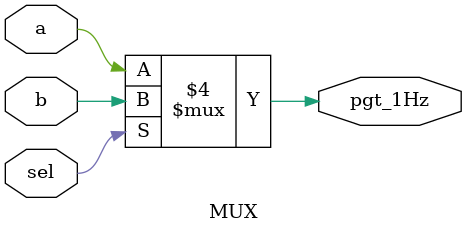
<source format=v>
module MUX(output reg pgt_1Hz,
            input wire sel, a, b);
    always@(*)begin
        if(sel == 0)begin
            pgt_1Hz = a;
        end
        else begin
            pgt_1Hz = b;
        end
    end
endmodule

</source>
